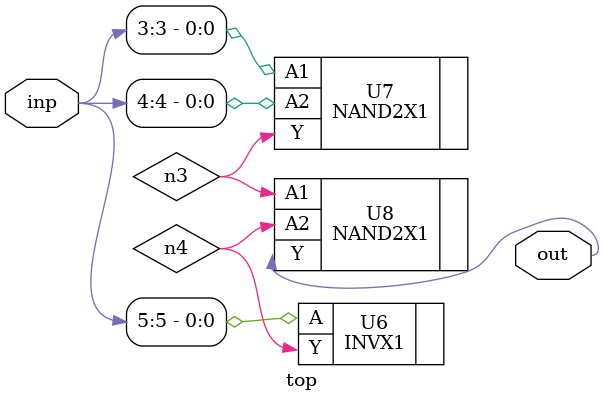
<source format=sv>


module top ( inp, out );
  input [5:0] inp;
  output out;
  wire   n3, n4;

  INVX1 U6 ( .A(inp[5]), .Y(n4) );
  NAND2X1 U7 ( .A1(inp[3]), .A2(inp[4]), .Y(n3) );
  NAND2X1 U8 ( .A1(n3), .A2(n4), .Y(out) );
endmodule


</source>
